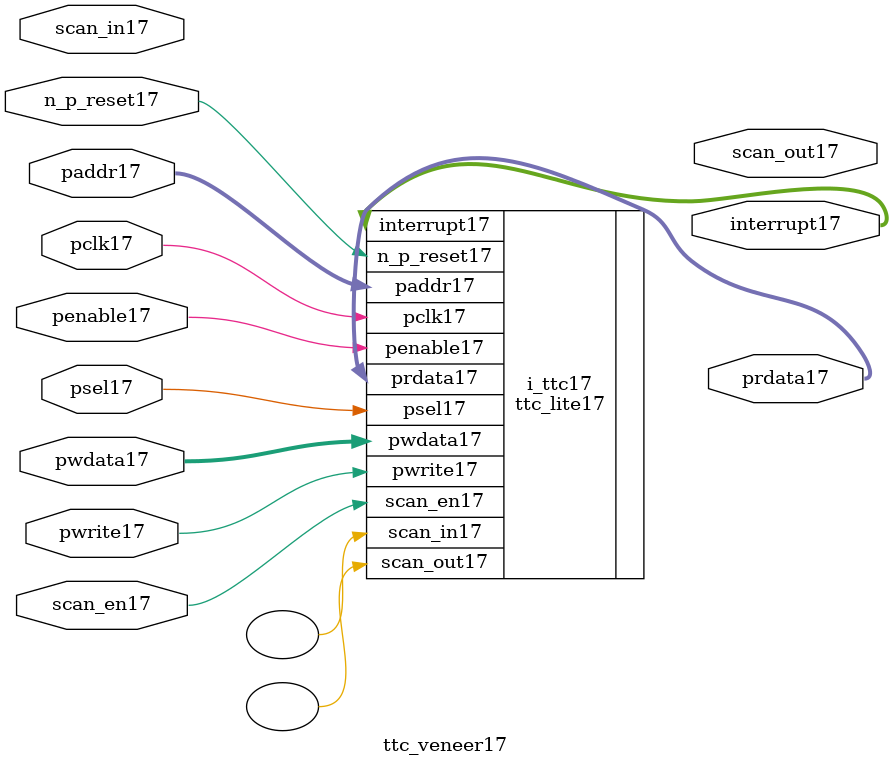
<source format=v>
module ttc_veneer17 (
           
           //inputs17
           n_p_reset17,
           pclk17,
           psel17,
           penable17,
           pwrite17,
           pwdata17,
           paddr17,
           scan_in17,
           scan_en17,

           //outputs17
           prdata17,
           interrupt17,
           scan_out17           

           );


//-----------------------------------------------------------------------------
// PORT DECLARATIONS17
//-----------------------------------------------------------------------------

   input         n_p_reset17;            //System17 Reset17
   input         pclk17;                 //System17 clock17
   input         psel17;                 //Select17 line
   input         penable17;              //Enable17
   input         pwrite17;               //Write line, 1 for write, 0 for read
   input [31:0]  pwdata17;               //Write data
   input [7:0]   paddr17;                //Address Bus17 register
   input         scan_in17;              //Scan17 chain17 input port
   input         scan_en17;              //Scan17 chain17 enable port
   
   output [31:0] prdata17;               //Read Data from the APB17 Interface17
   output [3:1]  interrupt17;            //Interrupt17 from PCI17 
   output        scan_out17;             //Scan17 chain17 output port

//##############################################################################
// if the TTC17 is NOT17 black17 boxed17 
//##############################################################################
`ifndef FV_KIT_BLACK_BOX_TTC17 

ttc_lite17 i_ttc17(

   //inputs17
   .n_p_reset17(n_p_reset17),
   .pclk17(pclk17),
   .psel17(psel17),
   .penable17(penable17),
   .pwrite17(pwrite17),
   .pwdata17(pwdata17),
   .paddr17(paddr17),
   .scan_in17(),
   .scan_en17(scan_en17),

   //outputs17
   .prdata17(prdata17),
   .interrupt17(interrupt17),
   .scan_out17()
);

`else 
//##############################################################################
// if the TTC17 is black17 boxed17 
//##############################################################################

   wire          n_p_reset17;            //System17 Reset17
   wire          pclk17;                 //System17 clock17
   wire          psel17;                 //Select17 line
   wire          penable17;              //Enable17
   wire          pwrite17;               //Write line, 1 for write, 0 for read
   wire  [31:0]  pwdata17;               //Write data
   wire  [7:0]   paddr17;                //Address Bus17 register
   wire          scan_in17;              //Scan17 chain17 wire  port
   wire          scan_en17;              //Scan17 chain17 enable port
   
   reg    [31:0] prdata17;               //Read Data from the APB17 Interface17
   reg    [3:1]  interrupt17;            //Interrupt17 from PCI17 
   reg           scan_out17;             //Scan17 chain17 reg    port

`endif
//##############################################################################
// black17 boxed17 defines17 
//##############################################################################

endmodule

</source>
